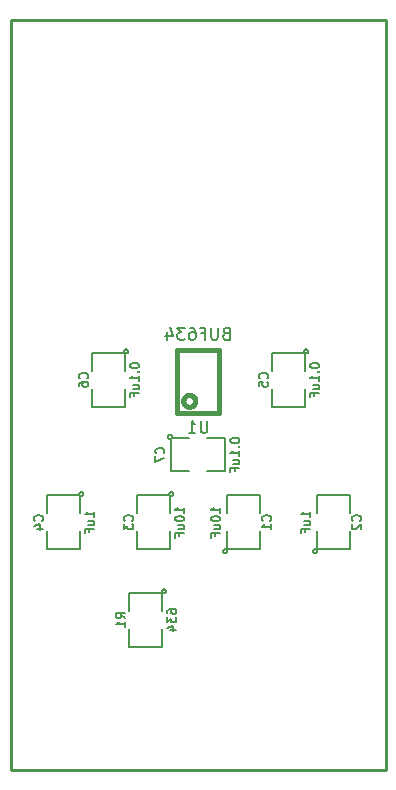
<source format=gbo>
G04 (created by PCBNEW-RS274X (2010-03-14)-final) date Sun 12 Jun 2011 03:53:41 PM PDT*
G01*
G70*
G90*
%MOIN*%
G04 Gerber Fmt 3.4, Leading zero omitted, Abs format*
%FSLAX34Y34*%
G04 APERTURE LIST*
%ADD10C,0.006000*%
%ADD11C,0.009000*%
%ADD12C,0.015000*%
%ADD13C,0.005000*%
%ADD14C,0.006700*%
G04 APERTURE END LIST*
G54D10*
G54D11*
X52250Y-29000D02*
X52250Y-54000D01*
X64750Y-29000D02*
X52250Y-29000D01*
X64750Y-54000D02*
X64750Y-29000D01*
X52250Y-54000D02*
X64750Y-54000D01*
G54D12*
X58400Y-41700D02*
X58396Y-41738D01*
X58384Y-41776D01*
X58366Y-41810D01*
X58341Y-41840D01*
X58311Y-41865D01*
X58277Y-41884D01*
X58240Y-41895D01*
X58201Y-41899D01*
X58163Y-41896D01*
X58126Y-41885D01*
X58091Y-41867D01*
X58061Y-41842D01*
X58035Y-41812D01*
X58017Y-41778D01*
X58005Y-41741D01*
X58001Y-41702D01*
X58004Y-41664D01*
X58015Y-41627D01*
X58032Y-41592D01*
X58057Y-41562D01*
X58086Y-41536D01*
X58120Y-41517D01*
X58158Y-41505D01*
X58196Y-41501D01*
X58234Y-41504D01*
X58272Y-41514D01*
X58307Y-41532D01*
X58337Y-41556D01*
X58363Y-41585D01*
X58382Y-41619D01*
X58395Y-41656D01*
X58399Y-41695D01*
X58400Y-41700D01*
X57800Y-42100D02*
X57800Y-40000D01*
X57800Y-40000D02*
X59200Y-40000D01*
X59200Y-40000D02*
X59200Y-42100D01*
X59200Y-42100D02*
X57800Y-42100D01*
G54D13*
X56170Y-40050D02*
X56168Y-40063D01*
X56164Y-40076D01*
X56158Y-40088D01*
X56149Y-40099D01*
X56139Y-40108D01*
X56127Y-40114D01*
X56114Y-40118D01*
X56100Y-40119D01*
X56087Y-40118D01*
X56074Y-40114D01*
X56062Y-40108D01*
X56052Y-40100D01*
X56043Y-40089D01*
X56036Y-40077D01*
X56032Y-40064D01*
X56031Y-40050D01*
X56032Y-40038D01*
X56035Y-40025D01*
X56042Y-40013D01*
X56050Y-40002D01*
X56061Y-39993D01*
X56072Y-39986D01*
X56085Y-39982D01*
X56099Y-39981D01*
X56112Y-39982D01*
X56125Y-39985D01*
X56137Y-39991D01*
X56148Y-40000D01*
X56157Y-40010D01*
X56163Y-40022D01*
X56168Y-40035D01*
X56169Y-40049D01*
X56170Y-40050D01*
X54950Y-40700D02*
X54950Y-40100D01*
X54950Y-40100D02*
X56050Y-40100D01*
X56050Y-40100D02*
X56050Y-40700D01*
X56050Y-41300D02*
X56050Y-41900D01*
X56050Y-41900D02*
X54950Y-41900D01*
X54950Y-41900D02*
X54950Y-41300D01*
X62170Y-40050D02*
X62168Y-40063D01*
X62164Y-40076D01*
X62158Y-40088D01*
X62149Y-40099D01*
X62139Y-40108D01*
X62127Y-40114D01*
X62114Y-40118D01*
X62100Y-40119D01*
X62087Y-40118D01*
X62074Y-40114D01*
X62062Y-40108D01*
X62052Y-40100D01*
X62043Y-40089D01*
X62036Y-40077D01*
X62032Y-40064D01*
X62031Y-40050D01*
X62032Y-40038D01*
X62035Y-40025D01*
X62042Y-40013D01*
X62050Y-40002D01*
X62061Y-39993D01*
X62072Y-39986D01*
X62085Y-39982D01*
X62099Y-39981D01*
X62112Y-39982D01*
X62125Y-39985D01*
X62137Y-39991D01*
X62148Y-40000D01*
X62157Y-40010D01*
X62163Y-40022D01*
X62168Y-40035D01*
X62169Y-40049D01*
X62170Y-40050D01*
X60950Y-40700D02*
X60950Y-40100D01*
X60950Y-40100D02*
X62050Y-40100D01*
X62050Y-40100D02*
X62050Y-40700D01*
X62050Y-41300D02*
X62050Y-41900D01*
X62050Y-41900D02*
X60950Y-41900D01*
X60950Y-41900D02*
X60950Y-41300D01*
X59470Y-46700D02*
X59468Y-46713D01*
X59464Y-46726D01*
X59458Y-46738D01*
X59449Y-46749D01*
X59439Y-46758D01*
X59427Y-46764D01*
X59414Y-46768D01*
X59400Y-46769D01*
X59387Y-46768D01*
X59374Y-46764D01*
X59362Y-46758D01*
X59352Y-46750D01*
X59343Y-46739D01*
X59336Y-46727D01*
X59332Y-46714D01*
X59331Y-46700D01*
X59332Y-46688D01*
X59335Y-46675D01*
X59342Y-46663D01*
X59350Y-46652D01*
X59361Y-46643D01*
X59372Y-46636D01*
X59385Y-46632D01*
X59399Y-46631D01*
X59412Y-46632D01*
X59425Y-46635D01*
X59437Y-46641D01*
X59448Y-46650D01*
X59457Y-46660D01*
X59463Y-46672D01*
X59468Y-46685D01*
X59469Y-46699D01*
X59470Y-46700D01*
X60550Y-46050D02*
X60550Y-46650D01*
X60550Y-46650D02*
X59450Y-46650D01*
X59450Y-46650D02*
X59450Y-46050D01*
X59450Y-45450D02*
X59450Y-44850D01*
X59450Y-44850D02*
X60550Y-44850D01*
X60550Y-44850D02*
X60550Y-45450D01*
X62470Y-46700D02*
X62468Y-46713D01*
X62464Y-46726D01*
X62458Y-46738D01*
X62449Y-46749D01*
X62439Y-46758D01*
X62427Y-46764D01*
X62414Y-46768D01*
X62400Y-46769D01*
X62387Y-46768D01*
X62374Y-46764D01*
X62362Y-46758D01*
X62352Y-46750D01*
X62343Y-46739D01*
X62336Y-46727D01*
X62332Y-46714D01*
X62331Y-46700D01*
X62332Y-46688D01*
X62335Y-46675D01*
X62342Y-46663D01*
X62350Y-46652D01*
X62361Y-46643D01*
X62372Y-46636D01*
X62385Y-46632D01*
X62399Y-46631D01*
X62412Y-46632D01*
X62425Y-46635D01*
X62437Y-46641D01*
X62448Y-46650D01*
X62457Y-46660D01*
X62463Y-46672D01*
X62468Y-46685D01*
X62469Y-46699D01*
X62470Y-46700D01*
X63550Y-46050D02*
X63550Y-46650D01*
X63550Y-46650D02*
X62450Y-46650D01*
X62450Y-46650D02*
X62450Y-46050D01*
X62450Y-45450D02*
X62450Y-44850D01*
X62450Y-44850D02*
X63550Y-44850D01*
X63550Y-44850D02*
X63550Y-45450D01*
X57670Y-44800D02*
X57668Y-44813D01*
X57664Y-44826D01*
X57658Y-44838D01*
X57649Y-44849D01*
X57639Y-44858D01*
X57627Y-44864D01*
X57614Y-44868D01*
X57600Y-44869D01*
X57587Y-44868D01*
X57574Y-44864D01*
X57562Y-44858D01*
X57552Y-44850D01*
X57543Y-44839D01*
X57536Y-44827D01*
X57532Y-44814D01*
X57531Y-44800D01*
X57532Y-44788D01*
X57535Y-44775D01*
X57542Y-44763D01*
X57550Y-44752D01*
X57561Y-44743D01*
X57572Y-44736D01*
X57585Y-44732D01*
X57599Y-44731D01*
X57612Y-44732D01*
X57625Y-44735D01*
X57637Y-44741D01*
X57648Y-44750D01*
X57657Y-44760D01*
X57663Y-44772D01*
X57668Y-44785D01*
X57669Y-44799D01*
X57670Y-44800D01*
X56450Y-45450D02*
X56450Y-44850D01*
X56450Y-44850D02*
X57550Y-44850D01*
X57550Y-44850D02*
X57550Y-45450D01*
X57550Y-46050D02*
X57550Y-46650D01*
X57550Y-46650D02*
X56450Y-46650D01*
X56450Y-46650D02*
X56450Y-46050D01*
X54670Y-44800D02*
X54668Y-44813D01*
X54664Y-44826D01*
X54658Y-44838D01*
X54649Y-44849D01*
X54639Y-44858D01*
X54627Y-44864D01*
X54614Y-44868D01*
X54600Y-44869D01*
X54587Y-44868D01*
X54574Y-44864D01*
X54562Y-44858D01*
X54552Y-44850D01*
X54543Y-44839D01*
X54536Y-44827D01*
X54532Y-44814D01*
X54531Y-44800D01*
X54532Y-44788D01*
X54535Y-44775D01*
X54542Y-44763D01*
X54550Y-44752D01*
X54561Y-44743D01*
X54572Y-44736D01*
X54585Y-44732D01*
X54599Y-44731D01*
X54612Y-44732D01*
X54625Y-44735D01*
X54637Y-44741D01*
X54648Y-44750D01*
X54657Y-44760D01*
X54663Y-44772D01*
X54668Y-44785D01*
X54669Y-44799D01*
X54670Y-44800D01*
X53450Y-45450D02*
X53450Y-44850D01*
X53450Y-44850D02*
X54550Y-44850D01*
X54550Y-44850D02*
X54550Y-45450D01*
X54550Y-46050D02*
X54550Y-46650D01*
X54550Y-46650D02*
X53450Y-46650D01*
X53450Y-46650D02*
X53450Y-46050D01*
X57420Y-48050D02*
X57418Y-48063D01*
X57414Y-48076D01*
X57408Y-48088D01*
X57399Y-48099D01*
X57389Y-48108D01*
X57377Y-48114D01*
X57364Y-48118D01*
X57350Y-48119D01*
X57337Y-48118D01*
X57324Y-48114D01*
X57312Y-48108D01*
X57302Y-48100D01*
X57293Y-48089D01*
X57286Y-48077D01*
X57282Y-48064D01*
X57281Y-48050D01*
X57282Y-48038D01*
X57285Y-48025D01*
X57292Y-48013D01*
X57300Y-48002D01*
X57311Y-47993D01*
X57322Y-47986D01*
X57335Y-47982D01*
X57349Y-47981D01*
X57362Y-47982D01*
X57375Y-47985D01*
X57387Y-47991D01*
X57398Y-48000D01*
X57407Y-48010D01*
X57413Y-48022D01*
X57418Y-48035D01*
X57419Y-48049D01*
X57420Y-48050D01*
X56200Y-48700D02*
X56200Y-48100D01*
X56200Y-48100D02*
X57300Y-48100D01*
X57300Y-48100D02*
X57300Y-48700D01*
X57300Y-49300D02*
X57300Y-49900D01*
X57300Y-49900D02*
X56200Y-49900D01*
X56200Y-49900D02*
X56200Y-49300D01*
X57620Y-42900D02*
X57618Y-42913D01*
X57614Y-42926D01*
X57608Y-42938D01*
X57599Y-42949D01*
X57589Y-42958D01*
X57577Y-42964D01*
X57564Y-42968D01*
X57550Y-42969D01*
X57537Y-42968D01*
X57524Y-42964D01*
X57512Y-42958D01*
X57502Y-42950D01*
X57493Y-42939D01*
X57486Y-42927D01*
X57482Y-42914D01*
X57481Y-42900D01*
X57482Y-42888D01*
X57485Y-42875D01*
X57492Y-42863D01*
X57500Y-42852D01*
X57511Y-42843D01*
X57522Y-42836D01*
X57535Y-42832D01*
X57549Y-42831D01*
X57562Y-42832D01*
X57575Y-42835D01*
X57587Y-42841D01*
X57598Y-42850D01*
X57607Y-42860D01*
X57613Y-42872D01*
X57618Y-42885D01*
X57619Y-42899D01*
X57620Y-42900D01*
X58200Y-44050D02*
X57600Y-44050D01*
X57600Y-44050D02*
X57600Y-42950D01*
X57600Y-42950D02*
X58200Y-42950D01*
X58800Y-42950D02*
X59400Y-42950D01*
X59400Y-42950D02*
X59400Y-44050D01*
X59400Y-44050D02*
X58800Y-44050D01*
G54D14*
X58805Y-42362D02*
X58805Y-42686D01*
X58786Y-42724D01*
X58767Y-42743D01*
X58729Y-42762D01*
X58652Y-42762D01*
X58614Y-42743D01*
X58595Y-42724D01*
X58576Y-42686D01*
X58576Y-42362D01*
X58176Y-42762D02*
X58405Y-42762D01*
X58291Y-42762D02*
X58291Y-42362D01*
X58329Y-42419D01*
X58367Y-42457D01*
X58405Y-42476D01*
X59423Y-39452D02*
X59366Y-39471D01*
X59347Y-39490D01*
X59328Y-39529D01*
X59328Y-39586D01*
X59347Y-39624D01*
X59366Y-39643D01*
X59404Y-39662D01*
X59557Y-39662D01*
X59557Y-39262D01*
X59423Y-39262D01*
X59385Y-39281D01*
X59366Y-39300D01*
X59347Y-39338D01*
X59347Y-39376D01*
X59366Y-39414D01*
X59385Y-39433D01*
X59423Y-39452D01*
X59557Y-39452D01*
X59157Y-39262D02*
X59157Y-39586D01*
X59138Y-39624D01*
X59119Y-39643D01*
X59081Y-39662D01*
X59004Y-39662D01*
X58966Y-39643D01*
X58947Y-39624D01*
X58928Y-39586D01*
X58928Y-39262D01*
X58604Y-39452D02*
X58738Y-39452D01*
X58738Y-39662D02*
X58738Y-39262D01*
X58547Y-39262D01*
X58223Y-39262D02*
X58300Y-39262D01*
X58338Y-39281D01*
X58357Y-39300D01*
X58395Y-39357D01*
X58414Y-39433D01*
X58414Y-39586D01*
X58395Y-39624D01*
X58376Y-39643D01*
X58338Y-39662D01*
X58261Y-39662D01*
X58223Y-39643D01*
X58204Y-39624D01*
X58185Y-39586D01*
X58185Y-39490D01*
X58204Y-39452D01*
X58223Y-39433D01*
X58261Y-39414D01*
X58338Y-39414D01*
X58376Y-39433D01*
X58395Y-39452D01*
X58414Y-39490D01*
X58052Y-39262D02*
X57804Y-39262D01*
X57938Y-39414D01*
X57880Y-39414D01*
X57842Y-39433D01*
X57823Y-39452D01*
X57804Y-39490D01*
X57804Y-39586D01*
X57823Y-39624D01*
X57842Y-39643D01*
X57880Y-39662D01*
X57995Y-39662D01*
X58033Y-39643D01*
X58052Y-39624D01*
X57461Y-39395D02*
X57461Y-39662D01*
X57557Y-39243D02*
X57652Y-39529D01*
X57404Y-39529D01*
G54D13*
X54793Y-40950D02*
X54807Y-40936D01*
X54821Y-40893D01*
X54821Y-40864D01*
X54807Y-40821D01*
X54779Y-40793D01*
X54750Y-40778D01*
X54693Y-40764D01*
X54650Y-40764D01*
X54593Y-40778D01*
X54564Y-40793D01*
X54536Y-40821D01*
X54521Y-40864D01*
X54521Y-40893D01*
X54536Y-40936D01*
X54550Y-40950D01*
X54521Y-41207D02*
X54521Y-41150D01*
X54536Y-41121D01*
X54550Y-41107D01*
X54593Y-41078D01*
X54650Y-41064D01*
X54764Y-41064D01*
X54793Y-41078D01*
X54807Y-41093D01*
X54821Y-41121D01*
X54821Y-41178D01*
X54807Y-41207D01*
X54793Y-41221D01*
X54764Y-41236D01*
X54693Y-41236D01*
X54664Y-41221D01*
X54650Y-41207D01*
X54636Y-41178D01*
X54636Y-41121D01*
X54650Y-41093D01*
X54664Y-41078D01*
X54693Y-41064D01*
X56221Y-40508D02*
X56221Y-40536D01*
X56236Y-40565D01*
X56250Y-40579D01*
X56279Y-40593D01*
X56336Y-40608D01*
X56407Y-40608D01*
X56464Y-40593D01*
X56493Y-40579D01*
X56507Y-40565D01*
X56521Y-40536D01*
X56521Y-40508D01*
X56507Y-40479D01*
X56493Y-40465D01*
X56464Y-40450D01*
X56407Y-40436D01*
X56336Y-40436D01*
X56279Y-40450D01*
X56250Y-40465D01*
X56236Y-40479D01*
X56221Y-40508D01*
X56493Y-40736D02*
X56507Y-40751D01*
X56521Y-40736D01*
X56507Y-40722D01*
X56493Y-40736D01*
X56521Y-40736D01*
X56521Y-41037D02*
X56521Y-40865D01*
X56521Y-40951D02*
X56221Y-40951D01*
X56264Y-40922D01*
X56293Y-40894D01*
X56307Y-40865D01*
X56321Y-41294D02*
X56521Y-41294D01*
X56321Y-41165D02*
X56479Y-41165D01*
X56507Y-41180D01*
X56521Y-41208D01*
X56521Y-41251D01*
X56507Y-41280D01*
X56493Y-41294D01*
X56364Y-41536D02*
X56364Y-41436D01*
X56521Y-41436D02*
X56221Y-41436D01*
X56221Y-41579D01*
X60793Y-40950D02*
X60807Y-40936D01*
X60821Y-40893D01*
X60821Y-40864D01*
X60807Y-40821D01*
X60779Y-40793D01*
X60750Y-40778D01*
X60693Y-40764D01*
X60650Y-40764D01*
X60593Y-40778D01*
X60564Y-40793D01*
X60536Y-40821D01*
X60521Y-40864D01*
X60521Y-40893D01*
X60536Y-40936D01*
X60550Y-40950D01*
X60521Y-41221D02*
X60521Y-41078D01*
X60664Y-41064D01*
X60650Y-41078D01*
X60636Y-41107D01*
X60636Y-41178D01*
X60650Y-41207D01*
X60664Y-41221D01*
X60693Y-41236D01*
X60764Y-41236D01*
X60793Y-41221D01*
X60807Y-41207D01*
X60821Y-41178D01*
X60821Y-41107D01*
X60807Y-41078D01*
X60793Y-41064D01*
X62221Y-40508D02*
X62221Y-40536D01*
X62236Y-40565D01*
X62250Y-40579D01*
X62279Y-40593D01*
X62336Y-40608D01*
X62407Y-40608D01*
X62464Y-40593D01*
X62493Y-40579D01*
X62507Y-40565D01*
X62521Y-40536D01*
X62521Y-40508D01*
X62507Y-40479D01*
X62493Y-40465D01*
X62464Y-40450D01*
X62407Y-40436D01*
X62336Y-40436D01*
X62279Y-40450D01*
X62250Y-40465D01*
X62236Y-40479D01*
X62221Y-40508D01*
X62493Y-40736D02*
X62507Y-40751D01*
X62521Y-40736D01*
X62507Y-40722D01*
X62493Y-40736D01*
X62521Y-40736D01*
X62521Y-41037D02*
X62521Y-40865D01*
X62521Y-40951D02*
X62221Y-40951D01*
X62264Y-40922D01*
X62293Y-40894D01*
X62307Y-40865D01*
X62321Y-41294D02*
X62521Y-41294D01*
X62321Y-41165D02*
X62479Y-41165D01*
X62507Y-41180D01*
X62521Y-41208D01*
X62521Y-41251D01*
X62507Y-41280D01*
X62493Y-41294D01*
X62364Y-41536D02*
X62364Y-41436D01*
X62521Y-41436D02*
X62221Y-41436D01*
X62221Y-41579D01*
X60893Y-45700D02*
X60907Y-45686D01*
X60921Y-45643D01*
X60921Y-45614D01*
X60907Y-45571D01*
X60879Y-45543D01*
X60850Y-45528D01*
X60793Y-45514D01*
X60750Y-45514D01*
X60693Y-45528D01*
X60664Y-45543D01*
X60636Y-45571D01*
X60621Y-45614D01*
X60621Y-45643D01*
X60636Y-45686D01*
X60650Y-45700D01*
X60921Y-45986D02*
X60921Y-45814D01*
X60921Y-45900D02*
X60621Y-45900D01*
X60664Y-45871D01*
X60693Y-45843D01*
X60707Y-45814D01*
X59221Y-45429D02*
X59221Y-45257D01*
X59221Y-45343D02*
X58921Y-45343D01*
X58964Y-45314D01*
X58993Y-45286D01*
X59007Y-45257D01*
X58921Y-45615D02*
X58921Y-45643D01*
X58936Y-45672D01*
X58950Y-45686D01*
X58979Y-45700D01*
X59036Y-45715D01*
X59107Y-45715D01*
X59164Y-45700D01*
X59193Y-45686D01*
X59207Y-45672D01*
X59221Y-45643D01*
X59221Y-45615D01*
X59207Y-45586D01*
X59193Y-45572D01*
X59164Y-45557D01*
X59107Y-45543D01*
X59036Y-45543D01*
X58979Y-45557D01*
X58950Y-45572D01*
X58936Y-45586D01*
X58921Y-45615D01*
X59021Y-45972D02*
X59221Y-45972D01*
X59021Y-45843D02*
X59179Y-45843D01*
X59207Y-45858D01*
X59221Y-45886D01*
X59221Y-45929D01*
X59207Y-45958D01*
X59193Y-45972D01*
X59064Y-46214D02*
X59064Y-46114D01*
X59221Y-46114D02*
X58921Y-46114D01*
X58921Y-46257D01*
X63893Y-45700D02*
X63907Y-45686D01*
X63921Y-45643D01*
X63921Y-45614D01*
X63907Y-45571D01*
X63879Y-45543D01*
X63850Y-45528D01*
X63793Y-45514D01*
X63750Y-45514D01*
X63693Y-45528D01*
X63664Y-45543D01*
X63636Y-45571D01*
X63621Y-45614D01*
X63621Y-45643D01*
X63636Y-45686D01*
X63650Y-45700D01*
X63650Y-45814D02*
X63636Y-45828D01*
X63621Y-45857D01*
X63621Y-45928D01*
X63636Y-45957D01*
X63650Y-45971D01*
X63679Y-45986D01*
X63707Y-45986D01*
X63750Y-45971D01*
X63921Y-45800D01*
X63921Y-45986D01*
X62221Y-45572D02*
X62221Y-45400D01*
X62221Y-45486D02*
X61921Y-45486D01*
X61964Y-45457D01*
X61993Y-45429D01*
X62007Y-45400D01*
X62021Y-45829D02*
X62221Y-45829D01*
X62021Y-45700D02*
X62179Y-45700D01*
X62207Y-45715D01*
X62221Y-45743D01*
X62221Y-45786D01*
X62207Y-45815D01*
X62193Y-45829D01*
X62064Y-46071D02*
X62064Y-45971D01*
X62221Y-45971D02*
X61921Y-45971D01*
X61921Y-46114D01*
X56293Y-45700D02*
X56307Y-45686D01*
X56321Y-45643D01*
X56321Y-45614D01*
X56307Y-45571D01*
X56279Y-45543D01*
X56250Y-45528D01*
X56193Y-45514D01*
X56150Y-45514D01*
X56093Y-45528D01*
X56064Y-45543D01*
X56036Y-45571D01*
X56021Y-45614D01*
X56021Y-45643D01*
X56036Y-45686D01*
X56050Y-45700D01*
X56021Y-45800D02*
X56021Y-45986D01*
X56136Y-45886D01*
X56136Y-45928D01*
X56150Y-45957D01*
X56164Y-45971D01*
X56193Y-45986D01*
X56264Y-45986D01*
X56293Y-45971D01*
X56307Y-45957D01*
X56321Y-45928D01*
X56321Y-45843D01*
X56307Y-45814D01*
X56293Y-45800D01*
X58021Y-45429D02*
X58021Y-45257D01*
X58021Y-45343D02*
X57721Y-45343D01*
X57764Y-45314D01*
X57793Y-45286D01*
X57807Y-45257D01*
X57721Y-45615D02*
X57721Y-45643D01*
X57736Y-45672D01*
X57750Y-45686D01*
X57779Y-45700D01*
X57836Y-45715D01*
X57907Y-45715D01*
X57964Y-45700D01*
X57993Y-45686D01*
X58007Y-45672D01*
X58021Y-45643D01*
X58021Y-45615D01*
X58007Y-45586D01*
X57993Y-45572D01*
X57964Y-45557D01*
X57907Y-45543D01*
X57836Y-45543D01*
X57779Y-45557D01*
X57750Y-45572D01*
X57736Y-45586D01*
X57721Y-45615D01*
X57821Y-45972D02*
X58021Y-45972D01*
X57821Y-45843D02*
X57979Y-45843D01*
X58007Y-45858D01*
X58021Y-45886D01*
X58021Y-45929D01*
X58007Y-45958D01*
X57993Y-45972D01*
X57864Y-46214D02*
X57864Y-46114D01*
X58021Y-46114D02*
X57721Y-46114D01*
X57721Y-46257D01*
X53293Y-45700D02*
X53307Y-45686D01*
X53321Y-45643D01*
X53321Y-45614D01*
X53307Y-45571D01*
X53279Y-45543D01*
X53250Y-45528D01*
X53193Y-45514D01*
X53150Y-45514D01*
X53093Y-45528D01*
X53064Y-45543D01*
X53036Y-45571D01*
X53021Y-45614D01*
X53021Y-45643D01*
X53036Y-45686D01*
X53050Y-45700D01*
X53121Y-45957D02*
X53321Y-45957D01*
X53007Y-45886D02*
X53221Y-45814D01*
X53221Y-46000D01*
X55021Y-45572D02*
X55021Y-45400D01*
X55021Y-45486D02*
X54721Y-45486D01*
X54764Y-45457D01*
X54793Y-45429D01*
X54807Y-45400D01*
X54821Y-45829D02*
X55021Y-45829D01*
X54821Y-45700D02*
X54979Y-45700D01*
X55007Y-45715D01*
X55021Y-45743D01*
X55021Y-45786D01*
X55007Y-45815D01*
X54993Y-45829D01*
X54864Y-46071D02*
X54864Y-45971D01*
X55021Y-45971D02*
X54721Y-45971D01*
X54721Y-46114D01*
X56071Y-48950D02*
X55929Y-48850D01*
X56071Y-48778D02*
X55771Y-48778D01*
X55771Y-48893D01*
X55786Y-48921D01*
X55800Y-48936D01*
X55829Y-48950D01*
X55871Y-48950D01*
X55900Y-48936D01*
X55914Y-48921D01*
X55929Y-48893D01*
X55929Y-48778D01*
X56071Y-49236D02*
X56071Y-49064D01*
X56071Y-49150D02*
X55771Y-49150D01*
X55814Y-49121D01*
X55843Y-49093D01*
X55857Y-49064D01*
X57471Y-48771D02*
X57471Y-48714D01*
X57486Y-48685D01*
X57500Y-48671D01*
X57543Y-48642D01*
X57600Y-48628D01*
X57714Y-48628D01*
X57743Y-48642D01*
X57757Y-48657D01*
X57771Y-48685D01*
X57771Y-48742D01*
X57757Y-48771D01*
X57743Y-48785D01*
X57714Y-48800D01*
X57643Y-48800D01*
X57614Y-48785D01*
X57600Y-48771D01*
X57586Y-48742D01*
X57586Y-48685D01*
X57600Y-48657D01*
X57614Y-48642D01*
X57643Y-48628D01*
X57471Y-48900D02*
X57471Y-49086D01*
X57586Y-48986D01*
X57586Y-49028D01*
X57600Y-49057D01*
X57614Y-49071D01*
X57643Y-49086D01*
X57714Y-49086D01*
X57743Y-49071D01*
X57757Y-49057D01*
X57771Y-49028D01*
X57771Y-48943D01*
X57757Y-48914D01*
X57743Y-48900D01*
X57571Y-49343D02*
X57771Y-49343D01*
X57457Y-49272D02*
X57671Y-49200D01*
X57671Y-49386D01*
X57343Y-43450D02*
X57357Y-43436D01*
X57371Y-43393D01*
X57371Y-43364D01*
X57357Y-43321D01*
X57329Y-43293D01*
X57300Y-43278D01*
X57243Y-43264D01*
X57200Y-43264D01*
X57143Y-43278D01*
X57114Y-43293D01*
X57086Y-43321D01*
X57071Y-43364D01*
X57071Y-43393D01*
X57086Y-43436D01*
X57100Y-43450D01*
X57071Y-43550D02*
X57071Y-43750D01*
X57371Y-43621D01*
X59571Y-43008D02*
X59571Y-43036D01*
X59586Y-43065D01*
X59600Y-43079D01*
X59629Y-43093D01*
X59686Y-43108D01*
X59757Y-43108D01*
X59814Y-43093D01*
X59843Y-43079D01*
X59857Y-43065D01*
X59871Y-43036D01*
X59871Y-43008D01*
X59857Y-42979D01*
X59843Y-42965D01*
X59814Y-42950D01*
X59757Y-42936D01*
X59686Y-42936D01*
X59629Y-42950D01*
X59600Y-42965D01*
X59586Y-42979D01*
X59571Y-43008D01*
X59843Y-43236D02*
X59857Y-43251D01*
X59871Y-43236D01*
X59857Y-43222D01*
X59843Y-43236D01*
X59871Y-43236D01*
X59871Y-43537D02*
X59871Y-43365D01*
X59871Y-43451D02*
X59571Y-43451D01*
X59614Y-43422D01*
X59643Y-43394D01*
X59657Y-43365D01*
X59671Y-43794D02*
X59871Y-43794D01*
X59671Y-43665D02*
X59829Y-43665D01*
X59857Y-43680D01*
X59871Y-43708D01*
X59871Y-43751D01*
X59857Y-43780D01*
X59843Y-43794D01*
X59714Y-44036D02*
X59714Y-43936D01*
X59871Y-43936D02*
X59571Y-43936D01*
X59571Y-44079D01*
M02*

</source>
